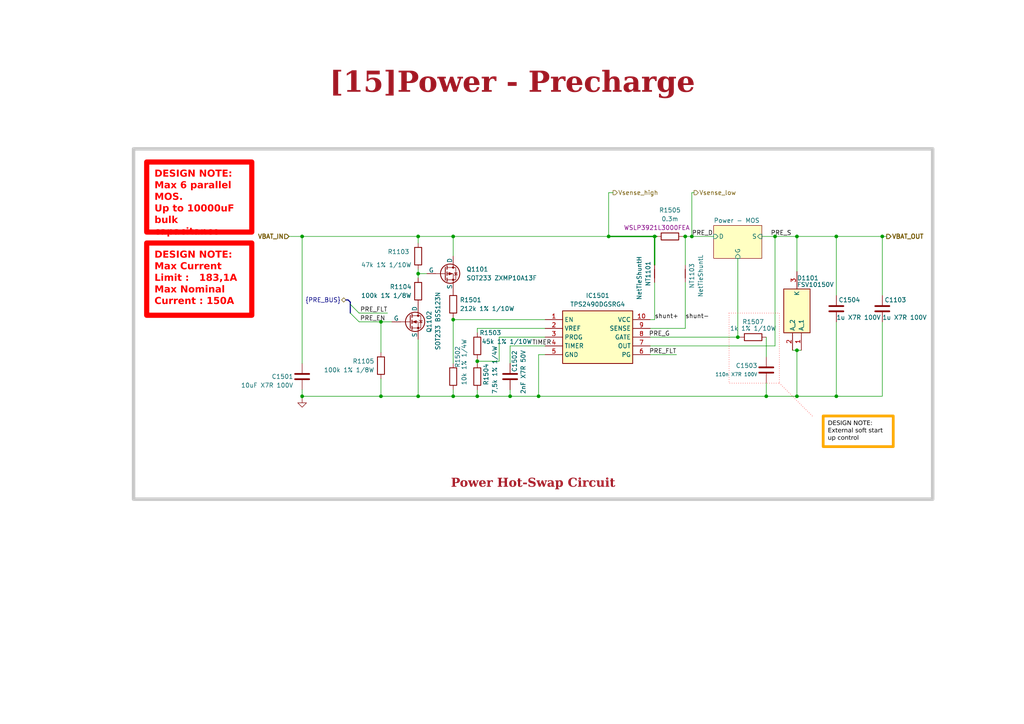
<source format=kicad_sch>
(kicad_sch (version 20231120) (generator "eeschema") (generator_version "8.0")
  (paper "A4")
  (lib_symbols
    (symbol "Device:C" (pin_numbers hide) (pin_names (offset 0.254))
      (property "Reference" "C" (at 0.635 2.54 0))
      (property "Value" "C" (at 0.635 -2.54 0))
      (symbol "C_0_1"
        (polyline (pts (xy -2.032 -0.762) (xy 2.032 -0.762)) (stroke (width 0.508)))
        (polyline (pts (xy -2.032 0.762) (xy 2.032 0.762)) (stroke (width 0.508)))
      )
      (symbol "C_1_1"
        (pin passive line (at 0 3.81 270) (length 2.794) (name "~") (number "1"))
        (pin passive line (at 0 -3.81 90) (length 2.794) (name "~") (number "2"))
      )
    )
    (symbol "Device:NetTie_2" (pin_numbers hide) (pin_names (offset 0) hide) (in_bom no)
      (property "Reference" "NT" (at 0 1.27 0))
      (property "Value" "NetTie_2" (at 0 -1.27 0))
      (symbol "NetTie_2_0_1"
        (polyline (pts (xy -1.27 0) (xy 1.27 0)) (stroke (width 0.254)))
      )
      (symbol "NetTie_2_1_1"
        (pin passive line (at -2.54 0 0) (length 2.54) (name "1") (number "1"))
        (pin passive line (at 2.54 0 180) (length 2.54) (name "2") (number "2"))
      )
    )
    (symbol "Device:R" (pin_numbers hide) (pin_names (offset 0))
      (property "Reference" "R" (at 2.032 0 90))
      (property "Value" "R" (at 0 0 90))
      (symbol "R_0_1"
        (rectangle (start -1.016 -2.54) (end 1.016 2.54) (stroke (width 0.254)))
      )
      (symbol "R_1_1"
        (pin passive line (at 0 3.81 270) (length 1.27) (name "~") (number "1"))
        (pin passive line (at 0 -3.81 90) (length 1.27) (name "~") (number "2"))
      )
    )
    (symbol "FSV10150V:FSV10150V"
      (property "Reference" "D" (at 19.05 7.62 0))
      (property "Value" "FSV10150V" (at 19.05 5.08 0))
      (symbol "FSV10150V_1_1"
        (rectangle (start 5.08 2.54) (end 17.78 -5.08) (stroke (width 0.254)) (fill (type background)))
        (pin passive line (at 22.86 0 180) (length 5.08) (name "A_1") (number "1"))
        (pin passive line (at 22.86 -2.54 180) (length 5.08) (name "A_2") (number "2"))
        (pin passive line (at 0 -1.27 0) (length 5.08) (name "K") (number "3"))
      )
    )
    (symbol "R_1" (pin_numbers hide) (pin_names (offset 0))
      (property "Reference" "R1505" (at 5.715 0 90))
      (property "Value" "0.3m" (at 3.175 0 90))
      (property "Model" "WSLP3921 " (at -2.54 0 90))
      (symbol "R_1_0_1"
        (rectangle (start -1.016 -2.54) (end 1.016 2.54) (stroke (width 0.254)))
      )
      (symbol "R_1_1_1"
        (pin passive line (at 0 3.81 270) (length 1.27) (name "~") (number "1"))
        (pin passive line (at 0 -3.81 90) (length 1.27) (name "~") (number "2"))
      )
    )
    (symbol "Simulation_SPICE:NMOS" (pin_numbers hide) (pin_names (offset 0))
      (property "Reference" "Q1102" (at 5.715 -3.175 90))
      (property "Value" "MF-DSC-SOT233-BSS138" (at 7.62 -12.7 90))
      (symbol "NMOS_0_1"
        (polyline (pts (xy 0.254 0) (xy -2.54 0)))
        (polyline (pts (xy 0.254 1.905) (xy 0.254 -1.905)) (stroke (width 0.254)))
        (polyline (pts (xy 0.762 -1.27) (xy 0.762 -2.286)) (stroke (width 0.254)))
        (polyline (pts (xy 0.762 0.508) (xy 0.762 -0.508)) (stroke (width 0.254)))
        (polyline (pts (xy 0.762 2.286) (xy 0.762 1.27)) (stroke (width 0.254)))
        (polyline (pts (xy 2.54 2.54) (xy 2.54 1.778)))
        (polyline (pts (xy 2.54 -2.54) (xy 2.54 0) (xy 0.762 0)))
        (polyline (pts (xy 0.762 -1.778) (xy 3.302 -1.778) (xy 3.302 1.778) (xy 0.762 1.778)))
        (polyline (pts (xy 1.016 0) (xy 2.032 0.381) (xy 2.032 -0.381) (xy 1.016 0)) (fill (type outline)))
        (polyline (pts (xy 2.794 0.508) (xy 2.921 0.381) (xy 3.683 0.381) (xy 3.81 0.254)))
        (polyline (pts (xy 3.302 0.381) (xy 2.921 -0.254) (xy 3.683 -0.254) (xy 3.302 0.381)))
        (circle (center 1.651 0) (radius 2.794) (stroke (width 0.254)))
        (circle (center 2.54 -1.778) (radius 0.254) (fill (type outline)))
        (circle (center 2.54 1.778) (radius 0.254) (fill (type outline)))
      )
      (symbol "NMOS_1_1"
        (pin input line (at -5.08 0 0) (length 2.54) (name "G") (number "1"))
        (pin passive line (at 2.54 -5.08 90) (length 2.54) (name "S") (number "2"))
        (pin passive line (at 2.54 5.08 270) (length 2.54) (name "D") (number "3"))
      )
    )
    (symbol "Simulation_SPICE:PMOS" (pin_numbers hide) (pin_names (offset 0))
      (property "Reference" "Q1101" (at 6.35 1.27 0))
      (property "Value" "MF-DSC-SOT233-BSS84" (at 6.35 -1.27 0))
      (symbol "PMOS_0_1"
        (polyline (pts (xy 0.254 0) (xy -2.54 0)))
        (polyline (pts (xy 0.254 1.905) (xy 0.254 -1.905)) (stroke (width 0.254)))
        (polyline (pts (xy 0.762 -1.27) (xy 0.762 -2.286)) (stroke (width 0.254)))
        (polyline (pts (xy 0.762 0.508) (xy 0.762 -0.508)) (stroke (width 0.254)))
        (polyline (pts (xy 0.762 2.286) (xy 0.762 1.27)) (stroke (width 0.254)))
        (polyline (pts (xy 2.54 2.54) (xy 2.54 1.778)))
        (polyline (pts (xy 2.54 -2.54) (xy 2.54 0) (xy 0.762 0)))
        (polyline (pts (xy 0.762 1.778) (xy 3.302 1.778) (xy 3.302 -1.778) (xy 0.762 -1.778)))
        (polyline (pts (xy 2.286 0) (xy 1.27 0.381) (xy 1.27 -0.381) (xy 2.286 0)) (fill (type outline)))
        (polyline (pts (xy 2.794 -0.508) (xy 2.921 -0.381) (xy 3.683 -0.381) (xy 3.81 -0.254)))
        (polyline (pts (xy 3.302 -0.381) (xy 2.921 0.254) (xy 3.683 0.254) (xy 3.302 -0.381)))
        (circle (center 1.651 0) (radius 2.794) (stroke (width 0.254)))
        (circle (center 2.54 -1.778) (radius 0.254) (fill (type outline)))
        (circle (center 2.54 1.778) (radius 0.254) (fill (type outline)))
      )
      (symbol "PMOS_1_1"
        (pin input line (at -5.08 0 0) (length 2.54) (name "G") (number "1"))
        (pin passive line (at 2.54 -5.08 90) (length 2.54) (name "S") (number "2"))
        (pin passive line (at 2.54 5.08 270) (length 2.54) (name "D") (number "3"))
      )
    )
    (symbol "TPS2490DGSRG4:TPS2490DGSRG4"
      (property "Reference" "IC1501" (at 15.24 6.985 0))
      (property "Value" "TPS2490DGSRG4" (at 15.24 4.445 0))
      (symbol "TPS2490DGSRG4_1_1"
        (rectangle (start 5.08 2.54) (end 25.4 -12.7) (stroke (width 0.254)) (fill (type background)))
        (pin passive line (at 0 0 0) (length 5.08) (name "EN") (number "1"))
        (pin passive line (at 30.48 0 180) (length 5.08) (name "VCC") (number "10"))
        (pin passive line (at 0 -2.54 0) (length 5.08) (name "VREF") (number "2"))
        (pin passive line (at 0 -5.08 0) (length 5.08) (name "PROG") (number "3"))
        (pin passive line (at 0 -7.62 0) (length 5.08) (name "TIMER") (number "4"))
        (pin passive line (at 0 -10.16 0) (length 5.08) (name "GND") (number "5"))
        (pin passive line (at 30.48 -10.16 180) (length 5.08) (name "PG") (number "6"))
        (pin passive line (at 30.48 -7.62 180) (length 5.08) (name "OUT") (number "7"))
        (pin passive line (at 30.48 -5.08 180) (length 5.08) (name "GATE") (number "8"))
        (pin passive line (at 30.48 -2.54 180) (length 5.08) (name "SENSE") (number "9"))
      )
    )
    (symbol "power:GND" (power) (pin_names (offset 0))
      (property "Value" "GND" (at 0 -3.81 0))
      (symbol "GND_0_1"
        (polyline (pts (xy 0 0) (xy 0 -1.27) (xy 1.27 -1.27) (xy 0 -2.54) (xy -1.27 -1.27) (xy 0 -1.27)))
      )
      (symbol "GND_1_1"
        (pin power_in line (at 0 0 270) (length 0) hide (name "GND") (number "1"))
      )
    )
  )
  (junction (at 121.285 114.935))
  (junction (at 110.49 114.935))
  (junction (at 189.865 68.58))
  (junction (at 198.755 68.58))
  (junction (at 121.285 68.58))
  (junction (at 131.445 68.58))
  (junction (at 138.43 114.935))
  (junction (at 231.14 114.935))
  (junction (at 87.63 114.935))
  (junction (at 110.49 93.345))
  (junction (at 231.14 68.58))
  (junction (at 131.445 92.71))
  (junction (at 222.25 114.935))
  (junction (at 131.445 114.935))
  (junction (at 200.66 68.58))
  (junction (at 231.14 101.6))
  (junction (at 255.905 68.58))
  (junction (at 138.43 104.775))
  (junction (at 87.63 68.58))
  (junction (at 156.21 114.935))
  (junction (at 224.79 68.58))
  (junction (at 147.955 114.935))
  (junction (at 242.57 68.58))
  (junction (at 121.285 79.375))
  (junction (at 242.57 114.935))
  (junction (at 213.995 97.79))
  (junction (at 176.53 68.58))
  (bus_entry (at 101.6 88.265) (size 2.54 2.54))
  (bus_entry (at 101.6 90.805) (size 2.54 2.54))
  (wire (pts (xy 200.66 68.58) (xy 200.66 55.88)))
  (wire (pts (xy 255.905 93.345) (xy 255.905 114.935)))
  (wire (pts (xy 189.865 81.915) (xy 189.865 92.71)))
  (wire (pts (xy 198.12 68.58) (xy 198.755 68.58)))
  (wire (pts (xy 138.43 113.03) (xy 138.43 114.935)))
  (wire (pts (xy 131.445 92.71) (xy 158.115 92.71)))
  (wire (pts (xy 147.955 114.935) (xy 156.21 114.935)))
  (wire (pts (xy 121.285 79.375) (xy 121.285 78.105)))
  (wire (pts (xy 147.955 113.03) (xy 147.955 114.935)))
  (wire (pts (xy 138.43 95.25) (xy 138.43 96.52)))
  (wire (pts (xy 147.955 100.33) (xy 158.115 100.33)))
  (wire (pts (xy 196.215 102.87) (xy 188.595 102.87)))
  (wire (pts (xy 242.57 68.58) (xy 255.905 68.58)))
  (wire (pts (xy 198.755 68.58) (xy 198.755 76.835)))
  (bus (pts (xy 100.33 86.995) (xy 100.965 86.995)))
  (wire (pts (xy 147.955 105.41) (xy 147.955 100.33)))
  (wire (pts (xy 222.25 114.935) (xy 231.14 114.935)))
  (wire (pts (xy 138.43 95.25) (xy 158.115 95.25)))
  (wire (pts (xy 121.285 114.935) (xy 131.445 114.935)))
  (wire (pts (xy 131.445 114.935) (xy 138.43 114.935)))
  (wire (pts (xy 110.49 93.345) (xy 113.665 93.345)))
  (wire (pts (xy 176.53 55.88) (xy 177.8 55.88)))
  (bus (pts (xy 101.6 87.63) (xy 101.6 88.265)))
  (wire (pts (xy 104.14 93.345) (xy 110.49 93.345)))
  (wire (pts (xy 131.445 113.03) (xy 131.445 114.935)))
  (wire (pts (xy 222.25 97.79) (xy 222.25 103.505)))
  (wire (pts (xy 156.21 102.87) (xy 158.115 102.87)))
  (wire (pts (xy 83.82 68.58) (xy 87.63 68.58)))
  (wire (pts (xy 87.63 115.57) (xy 87.63 114.935)))
  (wire (pts (xy 87.63 68.58) (xy 87.63 105.41)))
  (wire (pts (xy 242.57 93.345) (xy 242.57 114.935)))
  (wire (pts (xy 255.905 114.935) (xy 242.57 114.935)))
  (wire (pts (xy 198.755 68.58) (xy 200.66 68.58)))
  (wire (pts (xy 222.25 111.125) (xy 222.25 114.935)))
  (wire (pts (xy 121.285 79.375) (xy 121.285 80.645)))
  (wire (pts (xy 87.63 113.03) (xy 87.63 114.935)))
  (wire (pts (xy 104.14 90.805) (xy 112.395 90.805)))
  (wire (pts (xy 200.66 55.88) (xy 201.295 55.88)))
  (wire (pts (xy 156.21 114.935) (xy 222.25 114.935)))
  (wire (pts (xy 189.865 68.58) (xy 190.5 68.58)) (stroke (width 0.381)))
  (wire (pts (xy 189.865 68.58) (xy 189.865 76.835)) (stroke (width 0.381)))
  (wire (pts (xy 131.445 68.58) (xy 176.53 68.58)))
  (wire (pts (xy 110.49 114.935) (xy 121.285 114.935)))
  (wire (pts (xy 110.49 93.345) (xy 110.49 102.235)))
  (wire (pts (xy 131.445 68.58) (xy 131.445 74.295)))
  (wire (pts (xy 198.755 81.915) (xy 198.755 95.25)))
  (wire (pts (xy 242.57 68.58) (xy 242.57 85.725)))
  (bus (pts (xy 100.965 86.995) (xy 101.6 87.63)))
  (bus (pts (xy 101.6 88.265) (xy 101.6 90.805)))
  (wire (pts (xy 121.285 68.58) (xy 121.285 70.485)))
  (wire (pts (xy 144.78 97.79) (xy 158.115 97.79)))
  (wire (pts (xy 229.87 101.6) (xy 231.14 101.6)))
  (wire (pts (xy 213.995 74.93) (xy 213.995 97.79)))
  (wire (pts (xy 144.78 104.775) (xy 138.43 104.775)))
  (wire (pts (xy 200.66 68.58) (xy 207.01 68.58)))
  (wire (pts (xy 231.14 101.6) (xy 231.14 114.935)))
  (wire (pts (xy 87.63 68.58) (xy 121.285 68.58)))
  (wire (pts (xy 255.905 68.58) (xy 257.175 68.58)))
  (wire (pts (xy 121.285 68.58) (xy 131.445 68.58)))
  (wire (pts (xy 255.905 68.58) (xy 255.905 85.725)))
  (wire (pts (xy 188.595 97.79) (xy 213.995 97.79)))
  (wire (pts (xy 87.63 114.935) (xy 110.49 114.935)))
  (wire (pts (xy 121.285 98.425) (xy 121.285 114.935)))
  (wire (pts (xy 110.49 109.855) (xy 110.49 114.935)))
  (wire (pts (xy 188.595 95.25) (xy 198.755 95.25)))
  (wire (pts (xy 231.14 114.935) (xy 242.57 114.935)))
  (wire (pts (xy 224.79 68.58) (xy 224.79 100.33)))
  (wire (pts (xy 131.445 92.71) (xy 131.445 105.41)))
  (wire (pts (xy 123.825 79.375) (xy 121.285 79.375)))
  (wire (pts (xy 138.43 104.775) (xy 138.43 105.41)))
  (wire (pts (xy 188.595 92.71) (xy 189.865 92.71)))
  (wire (pts (xy 176.53 68.58) (xy 189.865 68.58)) (stroke (width 0.381)))
  (wire (pts (xy 144.78 97.79) (xy 144.78 104.775)))
  (wire (pts (xy 138.43 104.14) (xy 138.43 104.775)))
  (wire (pts (xy 231.14 101.6) (xy 232.41 101.6)))
  (polyline (pts (xy 226.06 111.125) (xy 235.585 120.65)) (stroke (width 0) (type dot) (color 255 0 0 1)))
  (wire (pts (xy 224.79 68.58) (xy 231.14 68.58)))
  (wire (pts (xy 188.595 100.33) (xy 224.79 100.33)))
  (wire (pts (xy 176.53 68.58) (xy 176.53 55.88)))
  (wire (pts (xy 220.98 68.58) (xy 224.79 68.58)))
  (wire (pts (xy 231.14 68.58) (xy 242.57 68.58)))
  (wire (pts (xy 131.445 92.075) (xy 131.445 92.71)))
  (wire (pts (xy 156.21 114.935) (xy 156.21 102.87)))
  (wire (pts (xy 138.43 114.935) (xy 147.955 114.935)))
  (wire (pts (xy 231.14 68.58) (xy 231.14 78.74)))
  (wire (pts (xy 214.63 97.79) (xy 213.995 97.79)))
  (rectangle (start 38.735 43.18) (end 270.51 144.78) (stroke (width 1) (color 200 200 200 1)))
  (rectangle (start 211.455 90.805) (end 226.06 111.125) (stroke (width 0) (type dot) (color 255 0 0 1)))
  (text_box "Power Hot-Swap Circuit\n" (at 38.735 136.525 0) (size 231.775 6.985) (stroke (width -0.0001)) (effects (font (size 2.54 2.54) (thickness 0.508) (bold yes)) (justify bottom)))
  (text_box "DESIGN NOTE:\nMax 6 parallel MOS.\nUp to 10000uF bulk capacitance" (at 42.545 46.99 0) (size 30.48 20.32) (stroke (width 1.5) (color 255 0 0 1)) (effects (font (size 2 2) (thickness 0.4) (bold yes)) (justify left top)))
  (text_box "[15]Power - Precharge\n" (at 12.065 17.78 0) (size 273.05 12.7) (stroke (width -0.0001)) (effects (font (size 6 6) (thickness 1.2) (bold yes))))
  (text_box "DESIGN NOTE:\nMax Current Limit :   183,1A\nMax Nominal Current : 150A" (at 42.545 70.485 0) (size 30.48 20.955) (stroke (width 1.5) (color 255 0 0 1)) (effects (font (size 2 2) (thickness 0.4) (bold yes)) (justify left top)))
  (text_box "DESIGN NOTE:\nExternal soft start up control" (at 238.76 120.65 0) (size 20.32 8.89) (stroke (width 0.8) (color 255 165 0 1)) (effects (font (size 1.27 1.27)) (justify left top)))
  (label "PRE_G" (at 194.31 97.79 180))
  (label "PRE_FLT" (at 112.395 90.805 180))
  (label "PRE_EN" (at 111.76 93.345 180))
  (label "shunt-" (at 198.755 92.71 0))
  (label "shunt+" (at 189.865 92.71 0))
  (label "PRE_S" (at 223.52 68.58 0))
  (label "PRE_D" (at 200.66 68.58 0))
  (label "PRE_FLT" (at 196.215 102.87 180))
  (label "TIMER" (at 154.305 100.33 0))
  (hierarchical_label "Vsense_high" (shape output) (at 177.8 55.88 0))
  (hierarchical_label "VBAT_OUT" (shape output) (at 257.175 68.58 0) (effects (font (thickness 0.254) (bold yes))))
  (hierarchical_label "Vsense_low" (shape output) (at 201.295 55.88 0))
  (hierarchical_label "VBAT_IN" (shape input) (at 83.82 68.58 180) (effects (font (thickness 0.254) (bold yes))))
  (hierarchical_label "{PRE_BUS}" (shape bidirectional) (at 100.33 86.995 180))
  (symbol (lib_id "Device:R") (at 121.285 74.295 0) (mirror x) (unit 1)
    (property "Reference" "R1103" (at 118.745 73.025 0) (effects (justify right)))
    (property "Value" "47k 1% 1/10W" (at 119.38 76.835 0) (effects (justify right)))
    (property "Footprint" "0_resistor_smd:R_0603_1608_DensityHigh" (effects (hide yes)))
  )
  (symbol (lib_id "Device:R") (at 138.43 100.33 180) (unit 1)
    (property "Reference" "R1503" (at 139.065 96.52 0) (effects (justify right)))
    (property "Value" "45k 1% 1/10W" (at 139.7 99.06 0) (effects (justify right)))
    (property "Footprint" "0_resistor_smd:R_0603_1608_DensityHigh" (effects (hide yes)))
  )
  (symbol (lib_id "Device:C") (at 87.63 109.22 0) (mirror y) (unit 1)
    (property "Reference" "C1501" (at 85.09 109.22 0) (effects (justify left)))
    (property "Value" "10uF X7R 100V" (at 85.09 111.76 0) (effects (justify left)))
    (property "Footprint" "0_capacitor_smd:C_1210_3225_DensityHigh" (effects (hide yes)))
  )
  (symbol (lib_id "Device:C") (at 222.25 107.315 0) (mirror y) (unit 1)
    (property "Reference" "C1503" (at 219.71 106.045 0) (effects (justify left)))
    (property "Value" "110n X7R 100V" (at 219.71 108.585 0) (effects (font (size 1.016 1.016)) (justify left)))
    (property "Footprint" "0_capacitor_smd:C_1206_3216_DensityHigh" (effects (hide yes)))
    (property "Datasheet" "https://mm.digikey.com/Volume0/opasdata/d220001/medias/docus/21/HMK107B7104KAHT_SS.pdf" (effects (hide yes)))
    (property "Description" "0.1 µF ±10% 100V Ceramic Capacitor X7R 0603 (1608 Metric)" (effects (hide yes)))
    (property "Manufacturer" "Taiyo Yuden" (effects (hide yes)))
    (property "Manufacturer Part Number" "HMK107B7104KAHT" (effects (hide yes)))
    (property "Supplier 1" "Digikey" (effects (hide yes)))
    (property "Supplier Part Number 1" "587-6009-1-ND" (effects (hide yes)))
  )
  (symbol (lib_id "Device:R") (at 110.49 106.045 0) (mirror x) (unit 1)
    (property "Reference" "R1105" (at 108.585 104.775 0) (effects (justify right)))
    (property "Value" "100k 1% 1/8W" (at 108.585 107.315 0) (effects (justify right)))
    (property "Footprint" "0_resistor_smd:R_0402_1005_DensityHigh" (effects (hide yes)))
  )
  (symbol (lib_id "Device:C") (at 147.955 109.22 0) (unit 1)
    (property "Reference" "C1502" (at 149.225 107.95 90) (effects (justify left)))
    (property "Value" "2nF X7R 50V" (at 151.765 114.3 90) (effects (justify left)))
    (property "Footprint" "0_capacitor_smd:C_1206_3216_DensityHigh" (effects (hide yes)))
  )
  (symbol (lib_id "Device:C") (at 242.57 89.535 0) (unit 1)
    (property "Reference" "C1504" (at 243.205 86.995 0) (effects (justify left)))
    (property "Value" "1u X7R 100V" (at 242.57 92.075 0) (effects (justify left)))
    (property "Footprint" "0_capacitor_smd:C_0402_1005_DensityHigh" (effects (hide yes)))
  )
  (symbol (lib_id "Simulation_SPICE:NMOS") (at 118.745 93.345 0) (unit 1)
    (property "Reference" "Q1102" (at 124.46 96.52 90) (effects (justify left)))
    (property "Value" "SOT233 BSS123N" (at 127 101.6 90) (effects (justify left)))
    (property "Footprint" "0_package_SOT_TO_SMD:SOT-23-3" (effects (hide yes)))
    (property "Datasheet" "https://ngspice.sourceforge.io/docs/ngspice-manual.pdf" (effects (hide yes)))
    (property "Sim.Device" "NMOS" (effects (hide yes)))
    (property "Sim.Type" "VDMOS" (effects (hide yes)))
    (property "Sim.Pins" "1=D 2=G 3=S" (effects (hide yes)))
  )
  (symbol (lib_name "R_1") (lib_id "Device:R") (at 194.31 68.58 90) (unit 1)
    (property "Reference" "R1505" (at 194.31 60.96 90))
    (property "Value" "0.3m" (at 194.31 63.5 90))
    (property "Footprint" "0_resistor_smd:RES_WSLP3921_.003OHM_VIS" (effects (hide yes)))
    (property "Model" "WSLP3921L3000FEA" (at 190.5 66.04 90))
  )
  (symbol (lib_id "Device:NetTie_2") (at 198.755 79.375 270) (unit 1) (in_bom no)
    (property "Reference" "NT1103" (at 200.66 80.01 0))
    (property "Value" "NetTieShuntL" (at 203.2 80.01 0))
    (property "Footprint" "0_net_tie:NetTie-2_SMD_Pad0.2mm" (effects (hide yes)))
  )
  (symbol (lib_id "power:GND") (at 87.63 115.57 0) (unit 1)
    (property "Reference" "#PWR01501" (effects (hide yes)))
    (property "Value" "GND" (effects (hide yes)))
  )
  (symbol (lib_id "Device:R") (at 121.285 84.455 0) (mirror x) (unit 1)
    (property "Reference" "R1104" (at 119.38 83.185 0) (effects (justify right)))
    (property "Value" "100k 1% 1/8W" (at 119.38 85.725 0) (effects (justify right)))
    (property "Footprint" "0_resistor_smd:R_0402_1005_DensityHigh" (effects (hide yes)))
  )
  (symbol (lib_id "FSV10150V:FSV10150V") (at 232.41 78.74 270) (unit 1)
    (property "Reference" "D1101" (at 231.14 80.645 90) (effects (justify left)))
    (property "Value" "FSV10150V" (at 231.14 82.55 90) (effects (justify left)))
    (property "Footprint" "0_diode_smd:FES10D" (effects (hide yes)))
    (property "Datasheet" "https://www.onsemi.com/pub/Collateral/FSV10150V-D.PDF" (effects (hide yes)))
    (property "Height" "1.2" (effects (hide yes)))
    (property "Mouser Part Number" "512-FSV10150V" (effects (hide yes)))
    (property "Mouser Price/Stock" "https://www.mouser.co.uk/ProductDetail/onsemi-Fairchild/FSV10150V?qs=8Nc07tNByyHDpnj9P4DlxQ%3D%3D" (effects (hide yes)))
    (property "Manufacturer_Name" "onsemi" (effects (hide yes)))
    (property "Manufacturer_Part_Number" "FSV10150V" (effects (hide yes)))
  )
  (symbol (lib_id "Device:R") (at 131.445 88.265 180) (unit 1)
    (property "Reference" "R1501" (at 133.35 86.995 0) (effects (justify right)))
    (property "Value" "212k 1% 1/10W" (at 133.35 89.535 0) (effects (justify right)))
    (property "Footprint" "0_resistor_smd:R_0603_1608_DensityHigh" (effects (hide yes)))
  )
  (symbol (lib_id "Device:R") (at 218.44 97.79 90) (unit 1)
    (property "Reference" "R1507" (at 218.44 93.345 90))
    (property "Value" "1k 1% 1/10W" (at 218.44 95.25 90))
    (property "Footprint" "0_resistor_smd:R_0603_1608_DensityHigh" (effects (hide yes)))
  )
  (symbol (lib_id "Simulation_SPICE:PMOS") (at 128.905 79.375 0) (unit 1)
    (property "Reference" "Q1101" (at 135.255 78.105 0) (effects (justify left)))
    (property "Value" "SOT233 ZXMP10A13F" (at 135.255 80.645 0) (effects (justify left)))
    (property "Footprint" "0_package_SOT_TO_SMD:SOT-23-3" (effects (hide yes)))
    (property "Datasheet" "https://ngspice.sourceforge.io/docs/ngspice-manual.pdf" (effects (hide yes)))
    (property "Sim.Device" "PMOS" (effects (hide yes)))
    (property "Sim.Type" "VDMOS" (effects (hide yes)))
    (property "Sim.Pins" "1=D 2=G 3=S" (effects (hide yes)))
  )
  (symbol (lib_id "Device:R") (at 131.445 109.22 180) (unit 1)
    (property "Reference" "R1502" (at 132.715 106.68 90) (effects (justify right)))
    (property "Value" "10k 1% 1/4W" (at 134.62 111.76 90) (effects (justify right)))
    (property "Footprint" "0_resistor_smd:R_1206_3216_DensityHigh_Large" (effects (hide yes)))
  )
  (symbol (lib_id "Device:NetTie_2") (at 189.865 79.375 90) (unit 1) (in_bom no)
    (property "Reference" "NT1101" (at 187.96 79.375 0))
    (property "Value" "NetTieShuntH" (at 185.42 80.645 0))
    (property "Footprint" "0_net_tie:NetTie-2_SMD_Pad0.2mm" (effects (hide yes)))
  )
  (symbol (lib_id "TPS2490DGSRG4:TPS2490DGSRG4") (at 158.115 92.71 0) (unit 1)
    (property "Reference" "IC1501" (at 173.355 85.725 0))
    (property "Value" "TPS2490DGSRG4" (at 173.355 88.265 0))
    (property "Footprint" "0_connectors:SOP50P490X110-10N" (effects (hide yes)))
    (property "Datasheet" "https://www.ti.com/lit/gpn/tps2490" (effects (hide yes)))
    (property "Height" "1.1" (effects (hide yes)))
    (property "Mouser Part Number" "595-TPS2490DGSRG4" (effects (hide yes)))
    (property "Mouser Price/Stock" "https://www.mouser.co.uk/ProductDetail/Texas-Instruments/TPS2490DGSRG4?qs=zwk82MlA57auQClRqTFrLQ%3D%3D" (effects (hide yes)))
    (property "Manufacturer_Name" "Texas Instruments" (effects (hide yes)))
    (property "Manufacturer_Part_Number" "TPS2490DGSRG4" (effects (hide yes)))
  )
  (symbol (lib_id "Device:C") (at 255.905 89.535 0) (unit 1)
    (property "Reference" "C1103" (at 256.54 86.995 0) (effects (justify left)))
    (property "Value" "1u X7R 100V" (at 255.905 92.075 0) (effects (justify left)))
    (property "Footprint" "0_capacitor_smd:C_0402_1005_DensityHigh" (effects (hide yes)))
  )
  (symbol (lib_id "Device:R") (at 138.43 109.22 180) (unit 1)
    (property "Reference" "R1504" (at 140.97 111.76 90) (effects (justify right)))
    (property "Value" "7,5k 1% 1/4W" (at 143.51 114.3 90) (effects (justify right)))
    (property "Footprint" "0_resistor_smd:R_1206_3216_DensityHigh_Large" (effects (hide yes)))
  )
  (sheet (at 207.01 65.405) (size 13.97 9.525) (stroke (width 0.1524)) (fill (color 255 255 194 1.0000))
    (property "Sheetname" "Power - MOS" (at 207.01 64.6934 0) (effects (justify left bottom)))
    (property "Sheetfile" "power_mos.kicad_sch" (effects (hide yes)))
    (pin "S" input (at 220.98 68.58 0))
    (pin "G" input (at 213.995 74.93 270))
    (pin "D" input (at 207.01 68.58 180))
  )
)
</source>
